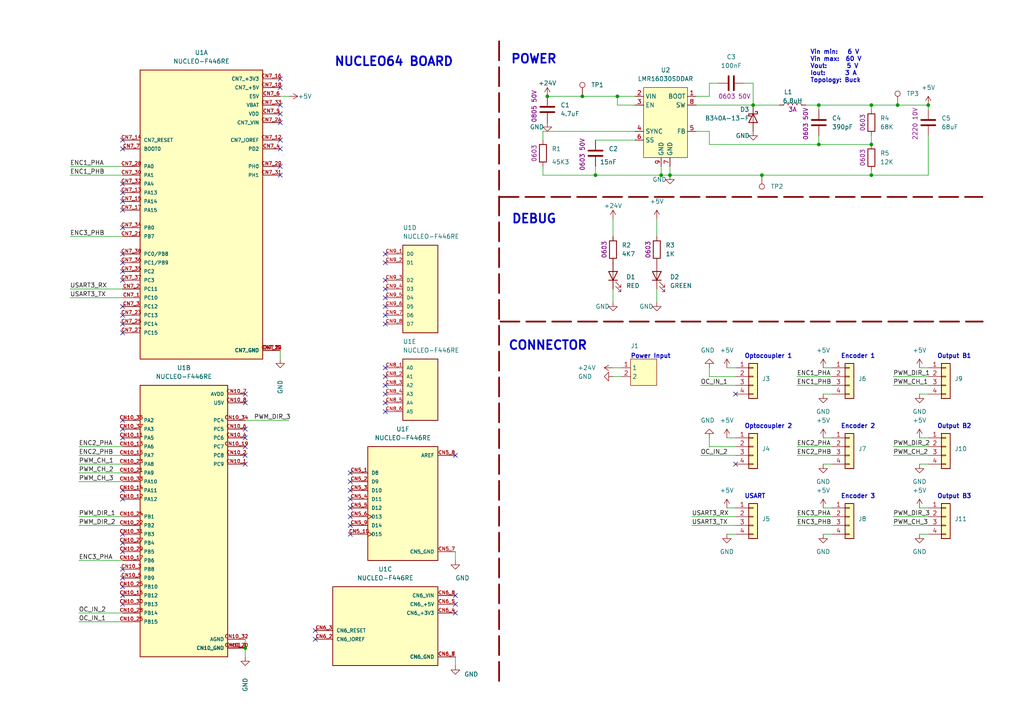
<source format=kicad_sch>
(kicad_sch (version 20230121) (generator eeschema)
  (paper "A4")
  (title_block (title "motro_control_hat") (rev "V0.0") (company "Roobolabo"))
  (lib_symbols
    (symbol "Connector:TestPoint" (pin_numbers hide) (pin_names (offset 0.762) hide)
      (property "Reference" "TP" (at 0 6.858 0))
      (property "Value" "TestPoint" (at 0 5.08 0))
      (symbol "TestPoint_0_1"
        (circle (center 0 3.302) (radius 0.762))
      )
      (symbol "TestPoint_1_1"
        (pin passive line (at 0 0 90) (length 2.54) (name "1") (number "1"))
      )
    )
    (symbol "Connector_Generic:Conn_01x04" (pin_names (offset 1.016) hide)
      (property "Reference" "J" (at 0 5.08 0))
      (property "Value" "Conn_01x04" (at 0 -7.62 0))
      (symbol "Conn_01x04_1_1"
        (rectangle (start -1.27 -4.953) (end 0 -5.207) (stroke (width 0.1524)))
        (rectangle (start -1.27 -2.413) (end 0 -2.667) (stroke (width 0.1524)))
        (rectangle (start -1.27 0.127) (end 0 -0.127) (stroke (width 0.1524)))
        (rectangle (start -1.27 2.667) (end 0 2.413) (stroke (width 0.1524)))
        (rectangle (start -1.27 3.81) (end 1.27 -6.35) (stroke (width 0.254)) (fill (type background)))
        (pin passive line (at -5.08 2.54 0) (length 3.81) (name "Pin_1") (number "1"))
        (pin passive line (at -5.08 0 0) (length 3.81) (name "Pin_2") (number "2"))
        (pin passive line (at -5.08 -2.54 0) (length 3.81) (name "Pin_3") (number "3"))
        (pin passive line (at -5.08 -5.08 0) (length 3.81) (name "Pin_4") (number "4"))
      )
    )
    (symbol "CustomModules:NUCLEO-F446RE" (pin_names (offset 1.016))
      (property "Reference" "U" (at -17.78 41.91 0))
      (property "Value" "NUCLEO-F446RE" (at -17.78 -44.45 0))
      (symbol "NUCLEO-F446RE_1_0"
        (rectangle (start -17.78 -43.18) (end 17.78 40.64) (stroke (width 0.254)) (fill (type background)))
        (pin bidirectional line (at -22.86 -25.4 0) (length 5.08) (name "PC10") (number "CN7_1"))
        (pin bidirectional line (at 22.86 20.32 180) (length 5.08) (name "CN7_IOREF") (number "CN7_12"))
        (pin bidirectional line (at -22.86 5.08 0) (length 5.08) (name "PA13") (number "CN7_13"))
        (pin bidirectional line (at -22.86 20.32 0) (length 5.08) (name "CN7_RESET") (number "CN7_14"))
        (pin bidirectional line (at -22.86 2.54 0) (length 5.08) (name "PA14") (number "CN7_15"))
        (pin power_in line (at 22.86 38.1 180) (length 5.08) (name "CN7_+3V3") (number "CN7_16"))
        (pin bidirectional line (at -22.86 0 0) (length 5.08) (name "PA15") (number "CN7_17"))
        (pin power_in line (at 22.86 35.56 180) (length 5.08) (name "CN7_+5V") (number "CN7_18"))
        (pin power_in line (at 22.86 -40.64 180) (length 5.08) (name "CN7_GND") (number "CN7_19"))
        (pin bidirectional line (at -22.86 -22.86 0) (length 5.08) (name "PC11") (number "CN7_2"))
        (pin power_in line (at 22.86 -40.64 180) (length 5.08) (name "CN7_GND") (number "CN7_20"))
        (pin bidirectional line (at -22.86 -7.62 0) (length 5.08) (name "PB7") (number "CN7_21"))
        (pin power_in line (at 22.86 -40.64 180) (length 5.08) (name "CN7_GND") (number "CN7_22"))
        (pin bidirectional line (at -22.86 -30.48 0) (length 5.08) (name "PC13") (number "CN7_23"))
        (pin power_in line (at 22.86 25.4 180) (length 5.08) (name "CN7_VIN") (number "CN7_24"))
        (pin bidirectional line (at -22.86 -33.02 0) (length 5.08) (name "PC14") (number "CN7_25"))
        (pin bidirectional line (at -22.86 -35.56 0) (length 5.08) (name "PC15") (number "CN7_27"))
        (pin bidirectional line (at -22.86 12.7 0) (length 5.08) (name "PA0") (number "CN7_28"))
        (pin bidirectional line (at 22.86 12.7 180) (length 5.08) (name "PH0") (number "CN7_29"))
        (pin bidirectional line (at -22.86 -27.94 0) (length 5.08) (name "PC12") (number "CN7_3"))
        (pin bidirectional line (at -22.86 10.16 0) (length 5.08) (name "PA1") (number "CN7_30"))
        (pin bidirectional line (at 22.86 10.16 180) (length 5.08) (name "PH1") (number "CN7_31"))
        (pin bidirectional line (at -22.86 7.62 0) (length 5.08) (name "PA4") (number "CN7_32"))
        (pin power_in line (at 22.86 30.48 180) (length 5.08) (name "VBAT") (number "CN7_33"))
        (pin bidirectional line (at -22.86 -5.08 0) (length 5.08) (name "PB0") (number "CN7_34"))
        (pin bidirectional line (at -22.86 -17.78 0) (length 5.08) (name "PC2") (number "CN7_35"))
        (pin bidirectional line (at -22.86 -15.24 0) (length 5.08) (name "PC1/PB9") (number "CN7_36"))
        (pin bidirectional line (at -22.86 -20.32 0) (length 5.08) (name "PC3") (number "CN7_37"))
        (pin bidirectional line (at -22.86 -12.7 0) (length 5.08) (name "PC0/PB8") (number "CN7_38"))
        (pin bidirectional line (at 22.86 17.78 180) (length 5.08) (name "PD2") (number "CN7_4"))
        (pin power_in line (at 22.86 27.94 180) (length 5.08) (name "VDD") (number "CN7_5"))
        (pin power_in line (at 22.86 33.02 180) (length 5.08) (name "E5V") (number "CN7_6"))
        (pin bidirectional line (at -22.86 17.78 0) (length 5.08) (name "BOOT0") (number "CN7_7"))
        (pin power_in line (at 22.86 -40.64 180) (length 5.08) (name "CN7_GND") (number "CN7_8"))
      )
      (symbol "NUCLEO-F446RE_2_0"
        (rectangle (start -12.7 -40.64) (end 12.7 38.1) (stroke (width 0.254)) (fill (type background)))
        (pin bidirectional line (at 17.78 15.24 180) (length 5.08) (name "PC9") (number "CN10_1"))
        (pin bidirectional line (at -17.78 22.86 0) (length 5.08) (name "PA5") (number "CN10_11"))
        (pin bidirectional line (at -17.78 5.08 0) (length 5.08) (name "PA12") (number "CN10_12"))
        (pin bidirectional line (at -17.78 20.32 0) (length 5.08) (name "PA6") (number "CN10_13"))
        (pin bidirectional line (at -17.78 7.62 0) (length 5.08) (name "PA11") (number "CN10_14"))
        (pin bidirectional line (at -17.78 17.78 0) (length 5.08) (name "PA7") (number "CN10_15"))
        (pin bidirectional line (at -17.78 -22.86 0) (length 5.08) (name "PB12") (number "CN10_16"))
        (pin bidirectional line (at -17.78 -12.7 0) (length 5.08) (name "PB6") (number "CN10_17"))
        (pin bidirectional line (at 17.78 20.32 180) (length 5.08) (name "PC7") (number "CN10_19"))
        (pin bidirectional line (at 17.78 17.78 180) (length 5.08) (name "PC8") (number "CN10_2"))
        (pin power_in line (at 17.78 -38.1 180) (length 5.08) (name "CN10_GND") (number "CN10_20"))
        (pin bidirectional line (at -17.78 12.7 0) (length 5.08) (name "PA9") (number "CN10_21"))
        (pin bidirectional line (at -17.78 -2.54 0) (length 5.08) (name "PB2") (number "CN10_22"))
        (pin bidirectional line (at -17.78 15.24 0) (length 5.08) (name "PA8") (number "CN10_23"))
        (pin bidirectional line (at -17.78 0 0) (length 5.08) (name "PB1") (number "CN10_24"))
        (pin bidirectional line (at -17.78 -20.32 0) (length 5.08) (name "PB10") (number "CN10_25"))
        (pin bidirectional line (at -17.78 -30.48 0) (length 5.08) (name "PB15") (number "CN10_26"))
        (pin bidirectional line (at -17.78 -7.62 0) (length 5.08) (name "PB4") (number "CN10_27"))
        (pin bidirectional line (at -17.78 -27.94 0) (length 5.08) (name "PB14") (number "CN10_28"))
        (pin bidirectional line (at -17.78 -10.16 0) (length 5.08) (name "PB5") (number "CN10_29"))
        (pin bidirectional line (at -17.78 -15.24 0) (length 5.08) (name "PB8") (number "CN10_3"))
        (pin bidirectional line (at -17.78 -25.4 0) (length 5.08) (name "PB13") (number "CN10_30"))
        (pin bidirectional line (at -17.78 -5.08 0) (length 5.08) (name "PB3") (number "CN10_31"))
        (pin power_in line (at 17.78 -35.56 180) (length 5.08) (name "AGND") (number "CN10_32"))
        (pin bidirectional line (at -17.78 10.16 0) (length 5.08) (name "PA10") (number "CN10_33"))
        (pin bidirectional line (at 17.78 27.94 180) (length 5.08) (name "PC4") (number "CN10_34"))
        (pin bidirectional line (at -17.78 27.94 0) (length 5.08) (name "PA2") (number "CN10_35"))
        (pin bidirectional line (at -17.78 25.4 0) (length 5.08) (name "PA3") (number "CN10_37"))
        (pin bidirectional line (at 17.78 22.86 180) (length 5.08) (name "PC6") (number "CN10_4"))
        (pin bidirectional line (at -17.78 -17.78 0) (length 5.08) (name "PB9") (number "CN10_5"))
        (pin bidirectional line (at 17.78 25.4 180) (length 5.08) (name "PC5") (number "CN10_6"))
        (pin power_in line (at 17.78 35.56 180) (length 5.08) (name "AVDD") (number "CN10_7"))
        (pin power_in line (at 17.78 33.02 180) (length 5.08) (name "U5V") (number "CN10_8"))
        (pin power_in line (at 17.78 -38.1 180) (length 5.08) (name "CN10_GND") (number "CN10_9"))
      )
      (symbol "NUCLEO-F446RE_3_0"
        (rectangle (start -15.24 -12.7) (end 15.24 10.16) (stroke (width 0.254)) (fill (type background)))
        (pin bidirectional line (at -20.32 -5.08 0) (length 5.08) (name "CN6_IOREF") (number "CN6_2"))
        (pin bidirectional line (at -20.32 -2.54 0) (length 5.08) (name "CN6_RESET") (number "CN6_3"))
        (pin power_in line (at 20.32 2.54 180) (length 5.08) (name "CN6_+3V3") (number "CN6_4"))
        (pin power_in line (at 20.32 5.08 180) (length 5.08) (name "CN6_+5V") (number "CN6_5"))
        (pin power_in line (at 20.32 -10.16 180) (length 5.08) (name "CN6_GND") (number "CN6_6"))
        (pin power_in line (at 20.32 -10.16 180) (length 5.08) (name "CN6_GND") (number "CN6_7"))
        (pin power_in line (at 20.32 7.62 180) (length 5.08) (name "CN6_VIN") (number "CN6_8"))
      )
      (symbol "NUCLEO-F446RE_4_0"
        (rectangle (start -5.08 -12.7) (end 5.08 12.7) (stroke (width 0.254)) (fill (type background)))
        (pin input line (at -10.16 10.16 0) (length 5.08) (name "D0") (number "CN9_1"))
        (pin output line (at -10.16 7.62 0) (length 5.08) (name "D1") (number "CN9_2"))
        (pin bidirectional line (at -10.16 2.54 0) (length 5.08) (name "D2") (number "CN9_3"))
        (pin bidirectional line (at -10.16 0 0) (length 5.08) (name "D3") (number "CN9_4"))
        (pin bidirectional line (at -10.16 -2.54 0) (length 5.08) (name "D4") (number "CN9_5"))
        (pin bidirectional line (at -10.16 -5.08 0) (length 5.08) (name "D5") (number "CN9_6"))
        (pin bidirectional line (at -10.16 -7.62 0) (length 5.08) (name "D6") (number "CN9_7"))
        (pin bidirectional line (at -10.16 -10.16 0) (length 5.08) (name "D7") (number "CN9_8"))
      )
      (symbol "NUCLEO-F446RE_5_0"
        (rectangle (start -5.08 -10.16) (end 5.08 7.62) (stroke (width 0.254)) (fill (type background)))
        (pin input line (at -10.16 5.08 0) (length 5.08) (name "A0") (number "CN8_1"))
        (pin input line (at -10.16 2.54 0) (length 5.08) (name "A1") (number "CN8_2"))
        (pin input line (at -10.16 0 0) (length 5.08) (name "A2") (number "CN8_3"))
        (pin input line (at -10.16 -2.54 0) (length 5.08) (name "A3") (number "CN8_4"))
        (pin input line (at -10.16 -5.08 0) (length 5.08) (name "A4") (number "CN8_5"))
        (pin input line (at -10.16 -7.62 0) (length 5.08) (name "A5") (number "CN8_6"))
      )
      (symbol "NUCLEO-F446RE_6_0"
        (rectangle (start -10.16 -17.78) (end 10.16 15.24) (stroke (width 0.254)) (fill (type background)))
        (pin bidirectional line (at -15.24 7.62 0) (length 5.08) (name "D8") (number "CN5_1"))
        (pin bidirectional clock (at -15.24 -10.16 0) (length 5.08) (name "D15") (number "CN5_10"))
        (pin bidirectional line (at -15.24 5.08 0) (length 5.08) (name "D9") (number "CN5_2"))
        (pin bidirectional line (at -15.24 2.54 0) (length 5.08) (name "D10") (number "CN5_3"))
        (pin bidirectional line (at -15.24 0 0) (length 5.08) (name "D11") (number "CN5_4"))
        (pin bidirectional line (at -15.24 -2.54 0) (length 5.08) (name "D12") (number "CN5_5"))
        (pin bidirectional clock (at -15.24 -5.08 0) (length 5.08) (name "D13") (number "CN5_6"))
        (pin power_in line (at 15.24 -15.24 180) (length 5.08) (name "CN5_GND") (number "CN5_7"))
        (pin power_in line (at 15.24 12.7 180) (length 5.08) (name "AREF") (number "CN5_8"))
        (pin bidirectional line (at -15.24 -7.62 0) (length 5.08) (name "D14") (number "CN5_9"))
      )
    )
    (symbol "Device:C" (pin_numbers hide) (pin_names (offset 0.254))
      (property "Reference" "C" (at 0.635 2.54 0))
      (property "Value" "C" (at 0.635 -2.54 0))
      (symbol "C_0_1"
        (polyline (pts (xy -2.032 -0.762) (xy 2.032 -0.762)) (stroke (width 0.508)))
        (polyline (pts (xy -2.032 0.762) (xy 2.032 0.762)) (stroke (width 0.508)))
      )
      (symbol "C_1_1"
        (pin passive line (at 0 3.81 270) (length 2.794) (name "~") (number "1"))
        (pin passive line (at 0 -3.81 90) (length 2.794) (name "~") (number "2"))
      )
    )
    (symbol "Device:D_Schottky" (pin_numbers hide) (pin_names (offset 1.016) hide)
      (property "Reference" "D" (at 0 2.54 0))
      (property "Value" "D_Schottky" (at 0 -2.54 0))
      (symbol "D_Schottky_0_1"
        (polyline (pts (xy 1.27 0) (xy -1.27 0)))
        (polyline (pts (xy 1.27 1.27) (xy 1.27 -1.27) (xy -1.27 0) (xy 1.27 1.27)) (stroke (width 0.254)))
        (polyline (pts (xy -1.905 0.635) (xy -1.905 1.27) (xy -1.27 1.27) (xy -1.27 -1.27) (xy -0.635 -1.27) (xy -0.635 -0.635)) (stroke (width 0.254)))
      )
      (symbol "D_Schottky_1_1"
        (pin passive line (at -3.81 0 0) (length 2.54) (name "K") (number "1"))
        (pin passive line (at 3.81 0 180) (length 2.54) (name "A") (number "2"))
      )
    )
    (symbol "Device:L" (pin_numbers hide) (pin_names (offset 1.016) hide)
      (property "Reference" "L" (at -1.27 0 90))
      (property "Value" "L" (at 1.905 0 90))
      (symbol "L_0_1"
        (arc (start 0 -2.54) (mid 0.6323 -1.905) (end 0 -1.27))
        (arc (start 0 -1.27) (mid 0.6323 -0.635) (end 0 0))
        (arc (start 0 0) (mid 0.6323 0.635) (end 0 1.27))
        (arc (start 0 1.27) (mid 0.6323 1.905) (end 0 2.54))
      )
      (symbol "L_1_1"
        (pin passive line (at 0 3.81 270) (length 1.27) (name "1") (number "1"))
        (pin passive line (at 0 -3.81 90) (length 1.27) (name "2") (number "2"))
      )
    )
    (symbol "Device:LED" (pin_numbers hide) (pin_names (offset 1.016) hide)
      (property "Reference" "D" (at 0 2.54 0))
      (property "Value" "LED" (at 0 -2.54 0))
      (symbol "LED_0_1"
        (polyline (pts (xy -1.27 -1.27) (xy -1.27 1.27)) (stroke (width 0.254)))
        (polyline (pts (xy -1.27 0) (xy 1.27 0)))
        (polyline (pts (xy 1.27 -1.27) (xy 1.27 1.27) (xy -1.27 0) (xy 1.27 -1.27)) (stroke (width 0.254)))
        (polyline (pts (xy -3.048 -0.762) (xy -4.572 -2.286) (xy -3.81 -2.286) (xy -4.572 -2.286) (xy -4.572 -1.524)))
        (polyline (pts (xy -1.778 -0.762) (xy -3.302 -2.286) (xy -2.54 -2.286) (xy -3.302 -2.286) (xy -3.302 -1.524)))
      )
      (symbol "LED_1_1"
        (pin passive line (at -3.81 0 0) (length 2.54) (name "K") (number "1"))
        (pin passive line (at 3.81 0 180) (length 2.54) (name "A") (number "2"))
      )
    )
    (symbol "Device:R" (pin_numbers hide) (pin_names (offset 0))
      (property "Reference" "R" (at 2.032 0 90))
      (property "Value" "R" (at 0 0 90))
      (symbol "R_0_1"
        (rectangle (start -1.016 -2.54) (end 1.016 2.54) (stroke (width 0.254)))
      )
      (symbol "R_1_1"
        (pin passive line (at 0 3.81 270) (length 1.27) (name "~") (number "1"))
        (pin passive line (at 0 -3.81 90) (length 1.27) (name "~") (number "2"))
      )
    )
    (symbol "PluggableTerminalBlock:TB_1x2_5.08mm_RA"
      (property "Reference" "P" (at 0 10.16 0))
      (property "Value" "TB_1x2_5.08mm_RA" (at 10.16 2.54 90))
      (symbol "TB_1x2_5.08mm_RA_0_1"
        (rectangle (start 0 0) (end 7.62 7.62) (fill (type background)))
      )
      (symbol "TB_1x2_5.08mm_RA_1_1"
        (pin passive line (at -2.54 5.08 0) (length 2.54) (name "1") (number "1"))
        (pin passive line (at -2.54 2.54 0) (length 2.54) (name "2") (number "2"))
      )
    )
    (symbol "SwitchingRegulators:LMR16030SDDAR"
      (property "Reference" "U" (at 12.7 1.27 0))
      (property "Value" "LMR16030SDDAR" (at 20.32 -1.27 0))
      (property "LCSC" "C136648" (at 0 0 0))
      (symbol "LMR16030SDDAR_0_1"
        (rectangle (start 12.7 -2.54) (end 25.4 -22.86) (fill (type background)))
      )
      (symbol "LMR16030SDDAR_1_1"
        (pin power_in line (at 27.94 -5.08 180) (length 2.54) (name "BOOT") (number "1"))
        (pin power_in line (at 10.16 -5.08 0) (length 2.54) (name "VIN") (number "2"))
        (pin passive line (at 10.16 -7.62 0) (length 2.54) (name "EN") (number "3"))
        (pin passive line (at 10.16 -15.24 0) (length 2.54) (name "SYNC") (number "4"))
        (pin passive line (at 27.94 -15.24 180) (length 2.54) (name "FB") (number "5"))
        (pin passive line (at 10.16 -17.78 0) (length 2.54) (name "SS") (number "6"))
        (pin passive line (at 20.32 -25.4 90) (length 2.54) (name "GND") (number "7"))
        (pin power_out line (at 27.94 -7.62 180) (length 2.54) (name "SW") (number "8"))
        (pin passive line (at 17.78 -25.4 90) (length 2.54) (name "GND") (number "9"))
      )
    )
    (symbol "power:+24V" (power) (pin_names (offset 0))
      (property "Value" "+24V" (at 0 3.556 0))
      (symbol "+24V_0_1"
        (polyline (pts (xy -0.762 1.27) (xy 0 2.54)))
        (polyline (pts (xy 0 0) (xy 0 2.54)))
        (polyline (pts (xy 0 2.54) (xy 0.762 1.27)))
      )
      (symbol "+24V_1_1"
        (pin power_in line (at 0 0 90) (length 0) hide (name "+24V") (number "1"))
      )
    )
    (symbol "power:+5V" (power) (pin_names (offset 0))
      (property "Value" "+5V" (at 0 3.556 0))
      (symbol "+5V_0_1"
        (polyline (pts (xy -0.762 1.27) (xy 0 2.54)))
        (polyline (pts (xy 0 0) (xy 0 2.54)))
        (polyline (pts (xy 0 2.54) (xy 0.762 1.27)))
      )
      (symbol "+5V_1_1"
        (pin power_in line (at 0 0 90) (length 0) hide (name "+5V") (number "1"))
      )
    )
    (symbol "power:GND" (power) (pin_names (offset 0))
      (property "Value" "GND" (at 0 -3.81 0))
      (symbol "GND_0_1"
        (polyline (pts (xy 0 0) (xy 0 -1.27) (xy 1.27 -1.27) (xy 0 -2.54) (xy -1.27 -1.27) (xy 0 -1.27)))
      )
      (symbol "GND_1_1"
        (pin power_in line (at 0 0 270) (length 0) hide (name "GND") (number "1"))
      )
    )
  )
  (junction (at 220.98 50.8))
  (junction (at 191.77 50.8))
  (junction (at 269.24 30.48))
  (junction (at 158.75 27.94))
  (junction (at 237.49 30.48))
  (junction (at 179.07 27.94))
  (junction (at 71.12 187.96))
  (junction (at 252.73 30.48))
  (junction (at 168.91 27.94))
  (junction (at 218.44 30.48))
  (junction (at 260.35 30.48))
  (junction (at 194.31 50.8))
  (junction (at 237.49 41.91))
  (junction (at 252.73 41.91))
  (junction (at 252.73 50.8))
  (junction (at 172.72 50.8))
  (no_connect (at 35.56 142.24))
  (no_connect (at 111.76 119.38))
  (no_connect (at 71.12 116.84))
  (no_connect (at 81.28 48.26))
  (no_connect (at 35.56 60.96))
  (no_connect (at 81.28 50.8))
  (no_connect (at 35.56 91.44))
  (no_connect (at 111.76 106.68))
  (no_connect (at 213.36 134.62))
  (no_connect (at 111.76 111.76))
  (no_connect (at 111.76 109.22))
  (no_connect (at 35.56 76.2))
  (no_connect (at 35.56 165.1))
  (no_connect (at 35.56 157.48))
  (no_connect (at 91.44 185.42))
  (no_connect (at 35.56 175.26))
  (no_connect (at 132.08 172.72))
  (no_connect (at 35.56 160.02))
  (no_connect (at 132.08 177.8))
  (no_connect (at 81.28 35.56))
  (no_connect (at 81.28 22.86))
  (no_connect (at 81.28 25.4))
  (no_connect (at 111.76 116.84))
  (no_connect (at 35.56 127))
  (no_connect (at 111.76 88.9))
  (no_connect (at 111.76 114.3))
  (no_connect (at 101.6 142.24))
  (no_connect (at 35.56 172.72))
  (no_connect (at 101.6 139.7))
  (no_connect (at 71.12 132.08))
  (no_connect (at 81.28 40.64))
  (no_connect (at 111.76 86.36))
  (no_connect (at 71.12 114.3))
  (no_connect (at 35.56 78.74))
  (no_connect (at 35.56 58.42))
  (no_connect (at 132.08 175.26))
  (no_connect (at 71.12 124.46))
  (no_connect (at 35.56 43.18))
  (no_connect (at 111.76 93.98))
  (no_connect (at 111.76 81.28))
  (no_connect (at 101.6 144.78))
  (no_connect (at 35.56 40.64))
  (no_connect (at 35.56 53.34))
  (no_connect (at 101.6 137.16))
  (no_connect (at 111.76 73.66))
  (no_connect (at 111.76 83.82))
  (no_connect (at 81.28 33.02))
  (no_connect (at 81.28 30.48))
  (no_connect (at 35.56 93.98))
  (no_connect (at 71.12 134.62))
  (no_connect (at 35.56 170.18))
  (no_connect (at 35.56 121.92))
  (no_connect (at 101.6 154.94))
  (no_connect (at 35.56 73.66))
  (no_connect (at 35.56 154.94))
  (no_connect (at 101.6 152.4))
  (no_connect (at 35.56 88.9))
  (no_connect (at 35.56 167.64))
  (no_connect (at 111.76 91.44))
  (no_connect (at 111.76 76.2))
  (no_connect (at 35.56 66.04))
  (no_connect (at 35.56 144.78))
  (no_connect (at 213.36 114.3))
  (no_connect (at 71.12 129.54))
  (no_connect (at 35.56 124.46))
  (no_connect (at 35.56 96.52))
  (no_connect (at 101.6 149.86))
  (no_connect (at 35.56 81.28))
  (no_connect (at 71.12 127))
  (no_connect (at 35.56 55.88))
  (no_connect (at 81.28 43.18))
  (no_connect (at 91.44 182.88))
  (no_connect (at 132.08 132.08))
  (no_connect (at 101.6 147.32))
  (wire (pts (xy 205.74 27.94) (xy 205.74 24.13)))
  (wire (pts (xy 213.36 106.68) (xy 210.82 106.68)))
  (wire (pts (xy 259.08 109.22) (xy 269.24 109.22)))
  (wire (pts (xy 205.74 41.91) (xy 205.74 38.1)))
  (wire (pts (xy 22.86 132.08) (xy 35.56 132.08)))
  (wire (pts (xy 177.8 63.5) (xy 177.8 68.58)))
  (wire (pts (xy 157.48 38.1) (xy 157.48 40.64)))
  (wire (pts (xy 157.48 50.8) (xy 172.72 50.8)))
  (wire (pts (xy 180.34 109.22) (xy 177.8 109.22)))
  (wire (pts (xy 205.74 106.68) (xy 205.74 109.22)))
  (wire (pts (xy 252.73 39.37) (xy 252.73 41.91)))
  (wire (pts (xy 241.3 129.54) (xy 231.14 129.54)))
  (wire (pts (xy 157.48 38.1) (xy 184.15 38.1)))
  (wire (pts (xy 266.7 127) (xy 269.24 127)))
  (wire (pts (xy 71.12 185.42) (xy 71.12 187.96)))
  (wire (pts (xy 177.8 83.82) (xy 177.8 87.63)))
  (wire (pts (xy 35.56 152.4) (xy 22.86 152.4)))
  (wire (pts (xy 237.49 41.91) (xy 252.73 41.91)))
  (wire (pts (xy 269.24 30.48) (xy 269.24 31.75)))
  (wire (pts (xy 179.07 27.94) (xy 184.15 27.94)))
  (wire (pts (xy 241.3 106.68) (xy 238.76 106.68)))
  (wire (pts (xy 241.3 152.4) (xy 231.14 152.4)))
  (wire (pts (xy 132.08 190.5) (xy 132.08 193.04)))
  (wire (pts (xy 241.3 109.22) (xy 231.14 109.22)))
  (wire (pts (xy 172.72 48.26) (xy 172.72 50.8)))
  (wire (pts (xy 35.56 50.8) (xy 20.32 50.8)))
  (wire (pts (xy 184.15 30.48) (xy 179.07 30.48)))
  (wire (pts (xy 20.32 86.36) (xy 35.56 86.36)))
  (wire (pts (xy 145.161 93.2688) (xy 284.988 93.2688)) (stroke (width 0.5) (type dash) (color 132 0 0 1)))
  (wire (pts (xy 266.7 106.68) (xy 269.24 106.68)))
  (wire (pts (xy 194.31 48.26) (xy 194.31 50.8)))
  (wire (pts (xy 205.74 38.1) (xy 201.93 38.1)))
  (wire (pts (xy 241.3 149.86) (xy 231.14 149.86)))
  (wire (pts (xy 252.73 30.48) (xy 260.35 30.48)))
  (wire (pts (xy 168.91 27.94) (xy 179.07 27.94)))
  (wire (pts (xy 81.28 101.6) (xy 81.28 104.14)))
  (wire (pts (xy 35.56 149.86) (xy 22.86 149.86)))
  (wire (pts (xy 237.49 39.37) (xy 237.49 41.91)))
  (wire (pts (xy 158.75 27.94) (xy 168.91 27.94)))
  (wire (pts (xy 191.77 48.26) (xy 191.77 50.8)))
  (wire (pts (xy 213.36 111.76) (xy 203.2 111.76)))
  (wire (pts (xy 252.73 50.8) (xy 220.98 50.8)))
  (wire (pts (xy 144.7546 11.9888) (xy 144.7546 198.0184)) (stroke (width 0.5) (type dash) (color 132 0 0 1)))
  (wire (pts (xy 266.7 114.3) (xy 269.24 114.3)))
  (wire (pts (xy 20.32 83.82) (xy 35.56 83.82)))
  (wire (pts (xy 252.73 30.48) (xy 252.73 31.75)))
  (wire (pts (xy 241.3 154.94) (xy 238.76 154.94)))
  (wire (pts (xy 213.36 109.22) (xy 205.74 109.22)))
  (wire (pts (xy 266.7 134.62) (xy 269.24 134.62)))
  (wire (pts (xy 259.08 132.08) (xy 269.24 132.08)))
  (wire (pts (xy 200.66 149.86) (xy 213.36 149.86)))
  (wire (pts (xy 241.3 132.08) (xy 231.14 132.08)))
  (wire (pts (xy 213.36 132.08) (xy 203.2 132.08)))
  (wire (pts (xy 22.86 139.7) (xy 35.56 139.7)))
  (wire (pts (xy 201.93 27.94) (xy 205.74 27.94)))
  (wire (pts (xy 22.86 162.56) (xy 35.56 162.56)))
  (wire (pts (xy 269.24 154.94) (xy 266.7 154.94)))
  (wire (pts (xy 144.907 57.1246) (xy 284.9118 57.1246)) (stroke (width 0.5) (type dash) (color 132 0 0 1)))
  (wire (pts (xy 269.24 147.32) (xy 266.7 147.32)))
  (wire (pts (xy 269.24 39.37) (xy 269.24 50.8)))
  (wire (pts (xy 71.12 187.96) (xy 71.12 190.5)))
  (wire (pts (xy 172.72 50.8) (xy 191.77 50.8)))
  (wire (pts (xy 241.3 114.3) (xy 238.76 114.3)))
  (wire (pts (xy 237.49 30.48) (xy 252.73 30.48)))
  (wire (pts (xy 220.98 50.8) (xy 194.31 50.8)))
  (wire (pts (xy 22.86 137.16) (xy 35.56 137.16)))
  (wire (pts (xy 259.08 129.54) (xy 269.24 129.54)))
  (wire (pts (xy 252.73 49.53) (xy 252.73 50.8)))
  (wire (pts (xy 237.49 30.48) (xy 237.49 31.75)))
  (wire (pts (xy 81.28 27.94) (xy 83.82 27.94)))
  (wire (pts (xy 35.56 48.26) (xy 20.32 48.26)))
  (wire (pts (xy 190.5 83.82) (xy 190.5 87.63)))
  (wire (pts (xy 284.988 93.2434) (xy 284.988 93.2688)) (stroke (width 0.5) (type dash) (color 132 0 0 1)))
  (wire (pts (xy 20.32 68.58) (xy 35.56 68.58)))
  (wire (pts (xy 201.93 30.48) (xy 218.44 30.48)))
  (wire (pts (xy 172.72 40.64) (xy 184.15 40.64)))
  (wire (pts (xy 218.44 30.48) (xy 226.06 30.48)))
  (wire (pts (xy 213.36 154.94) (xy 210.82 154.94)))
  (wire (pts (xy 241.3 134.62) (xy 238.76 134.62)))
  (wire (pts (xy 241.3 111.76) (xy 231.14 111.76)))
  (wire (pts (xy 35.56 177.8) (xy 22.86 177.8)))
  (wire (pts (xy 191.77 50.8) (xy 194.31 50.8)))
  (wire (pts (xy 213.36 127) (xy 210.82 127)))
  (wire (pts (xy 157.48 50.8) (xy 157.48 48.26)))
  (wire (pts (xy 190.5 63.5) (xy 190.5 68.58)))
  (wire (pts (xy 213.36 147.32) (xy 210.82 147.32)))
  (wire (pts (xy 269.24 50.8) (xy 252.73 50.8)))
  (wire (pts (xy 205.74 127) (xy 205.74 129.54)))
  (wire (pts (xy 205.74 24.13) (xy 208.28 24.13)))
  (wire (pts (xy 22.86 134.62) (xy 35.56 134.62)))
  (wire (pts (xy 180.34 106.68) (xy 177.8 106.68)))
  (wire (pts (xy 71.12 121.92) (xy 83.82 121.92)))
  (wire (pts (xy 269.24 149.86) (xy 259.08 149.86)))
  (wire (pts (xy 215.9 24.13) (xy 218.44 24.13)))
  (wire (pts (xy 284.9118 57.0992) (xy 284.9118 57.1246)) (stroke (width 0.5) (type dash) (color 132 0 0 1)))
  (wire (pts (xy 260.35 30.48) (xy 269.24 30.48)))
  (wire (pts (xy 200.66 152.4) (xy 213.36 152.4)))
  (wire (pts (xy 218.44 24.13) (xy 218.44 30.48)))
  (wire (pts (xy 259.08 111.76) (xy 269.24 111.76)))
  (wire (pts (xy 269.24 152.4) (xy 259.08 152.4)))
  (wire (pts (xy 233.68 30.48) (xy 237.49 30.48)))
  (wire (pts (xy 241.3 127) (xy 238.76 127)))
  (wire (pts (xy 205.74 41.91) (xy 237.49 41.91)))
  (wire (pts (xy 35.56 180.34) (xy 22.86 180.34)))
  (wire (pts (xy 241.3 147.32) (xy 238.76 147.32)))
  (wire (pts (xy 22.86 129.54) (xy 35.56 129.54)))
  (wire (pts (xy 179.07 30.48) (xy 179.07 27.94)))
  (wire (pts (xy 213.36 129.54) (xy 205.74 129.54)))
  (wire (pts (xy 132.08 160.02) (xy 132.08 162.56)))
  (text "DEBUG" (at 148.2852 65.1002 0) (effects (font (size 2.54 2.54) (thickness 0.508) bold) (justify left bottom)))
  (text "Optocoupler 1" (at 215.9 104.14 0) (effects (font (size 1.27 1.27) bold) (justify left bottom)))
  (text "Vin min:   6 V\nVin max:  60 V\nVout:      5 V\nIout:      3 A\nTopology: Buck" (at 234.95 24.13 0) (effects (font (size 1.27 1.27) (thickness 0.254) bold) (justify left bottom)))
  (text "Output B1" (at 271.78 104.14 0) (effects (font (size 1.27 1.27) bold) (justify left bottom)))
  (text "Power Input" (at 182.88 104.14 0) (effects (font (size 1.27 1.27) (thickness 0.254) bold) (justify left bottom)))
  (text "CONNECTOR" (at 147.32 101.8032 0) (effects (font (size 2.54 2.54) (thickness 0.508) bold) (justify left bottom)))
  (text "Encoder 2" (at 243.84 124.46 0) (effects (font (size 1.27 1.27) bold) (justify left bottom)))
  (text "POWER" (at 148.0312 18.7452 0) (effects (font (size 2.54 2.54) (thickness 0.508) bold) (justify left bottom)))
  (text "Encoder 1" (at 243.84 104.14 0) (effects (font (size 1.27 1.27) bold) (justify left bottom)))
  (text "USART" (at 215.9 144.78 0) (effects (font (size 1.27 1.27) bold) (justify left bottom)))
  (text "Optocoupler 2" (at 215.9 124.46 0) (effects (font (size 1.27 1.27) bold) (justify left bottom)))
  (text "NUCLEO64 BOARD" (at 96.8502 19.4818 0) (effects (font (size 2.54 2.54) (thickness 0.508) bold) (justify left bottom)))
  (text "Output B2" (at 271.78 124.46 0) (effects (font (size 1.27 1.27) bold) (justify left bottom)))
  (text "Output B3" (at 271.78 144.78 0) (effects (font (size 1.27 1.27) bold) (justify left bottom)))
  (text "Encoder 3" (at 243.84 144.78 0) (effects (font (size 1.27 1.27) bold) (justify left bottom)))
  (label "ENC2_PHA" (at 231.14 129.54 0))
  (label "ENC3_PHB" (at 20.32 68.58 0))
  (label "ENC2_PHA" (at 22.86 129.54 0))
  (label "USART3_RX" (at 200.66 149.86 0))
  (label "ENC3_PHA" (at 231.14 149.86 0))
  (label "PWM_CH_3" (at 22.86 139.7 0))
  (label "PWM_CH_2" (at 22.86 137.16 0))
  (label "PWM_DIR_2" (at 22.86 152.4 0))
  (label "PWM_CH_1" (at 22.86 134.62 0))
  (label "PWM_CH_2" (at 259.08 132.08 0))
  (label "PWM_DIR_2" (at 259.08 129.54 0))
  (label "PWM_DIR_3" (at 259.08 149.86 0))
  (label "USART3_RX" (at 20.32 83.82 0))
  (label "USART3_TX" (at 20.32 86.36 0))
  (label "PWM_CH_3" (at 259.08 152.4 0))
  (label "PWM_DIR_1" (at 22.86 149.86 0))
  (label "OC_IN_1" (at 203.2 111.76 0))
  (label "ENC1_PHA" (at 231.14 109.22 0))
  (label "ENC3_PHB" (at 231.14 152.4 0))
  (label "PWM_DIR_1" (at 259.08 109.22 0))
  (label "ENC2_PHB" (at 22.86 132.08 0))
  (label "ENC2_PHB" (at 231.14 132.08 0))
  (label "USART3_TX" (at 200.66 152.4 0))
  (label "OC_IN_2" (at 22.86 177.8 0))
  (label "ENC1_PHB" (at 231.14 111.76 0))
  (label "OC_IN_1" (at 22.86 180.34 0))
  (label "PWM_CH_1" (at 259.08 111.76 0))
  (label "OC_IN_2" (at 203.2 132.08 0))
  (label "ENC1_PHA" (at 20.32 48.26 0))
  (label "ENC1_PHB" (at 20.32 50.8 0))
  (label "ENC3_PHA" (at 22.86 162.56 0))
  (label "PWM_DIR_3" (at 73.66 121.92 0))
  (symbol (lib_id "power:GND") (at 190.5 87.63 0) (unit 1)
    (property "Reference" "#PWR013" (effects hide))
    (property "Value" "GND" (at 185.42 88.9 0) (effects (justify left)))
  )
  (symbol (lib_id "power:GND") (at 238.76 114.3 0) (unit 1)
    (property "Reference" "#PWR023" (effects hide))
    (property "Value" "GND" (at 238.76 119.38 0))
  )
  (symbol (lib_id "Device:C") (at 172.72 44.45 0) (unit 1)
    (property "Reference" "C2" (at 176.53 43.1799 0) (effects (justify left)))
    (property "Value" "15nF" (at 173.99 46.99 0) (effects (justify left)))
    (property "Footprint" "Capacitor_SMD:C_0603_1608Metric" (effects hide))
    (property "LCSC" "C107076" (effects hide))
    (property "PN" "CC0603KRX7R9BB153" (effects hide))
    (property "Package" "0603" (at 168.91 46.99 90))
    (property "Tolerance" "20%" (effects hide))
    (property "Voltage" "50V" (at 168.91 41.91 90))
  )
  (symbol (lib_id "SwitchingRegulators:LMR16030SDDAR") (at 173.99 22.86 0) (unit 1)
    (property "Reference" "U2" (at 193.04 20.32 0))
    (property "Value" "LMR16030SDDAR" (at 193.04 22.86 0))
    (property "Footprint" "SwitchingRegulators:VREG_LM5017MR_NOPB" (effects hide))
    (property "Datasheet" "https://datasheet.lcsc.com/lcsc/1912111437_Texas-Instruments-LMR16030SDDAR_C136648.pdf" (effects hide))
    (property "LCSC" "C136648" (effects hide))
    (property "PN" "LMR16030SDDAR" (effects hide))
  )
  (symbol (lib_id "Device:C") (at 269.24 35.56 0) (unit 1)
    (property "Reference" "C5" (at 273.05 34.2899 0) (effects (justify left)))
    (property "Value" "68uF" (at 273.05 36.8299 0) (effects (justify left)))
    (property "Footprint" "Capacitor_SMD:C_2220_5650Metric" (effects hide))
    (property "Datasheet" "https://www.lcsc.com/products/Capacitors_312.html" (effects hide))
    (property "Voltage" "10V" (at 265.43 33.02 90))
    (property "Package" "2220" (at 265.43 38.1 90))
    (property "LCSC" "C342299" (effects hide))
    (property "PN" "C5750X5R1A686MT000N" (effects hide))
    (property "Tolerance" "20%" (effects hide))
  )
  (symbol (lib_id "CustomModules:NUCLEO-F446RE") (at 58.42 60.96 0) (unit 1)
    (property "Reference" "U1" (at 58.42 15.24 0))
    (property "Value" "NUCLEO-F446RE" (at 58.42 17.78 0))
    (property "Footprint" "modules:MODULE_NUCLEO-F446RE" (effects hide))
    (property "MANUFACTURER" "STMicroelectronics" (effects hide))
    (property "PARTREV" "13" (effects hide))
    (property "STANDARD" "Manufacturer Recommendations" (effects hide))
    (property "LCSC" "-" (effects hide))
    (property "JLCPCB BOM" "0" (effects hide))
  )
  (symbol (lib_id "power:+24V") (at 177.8 63.5 0) (unit 1)
    (property "Reference" "#PWR08" (effects hide))
    (property "Value" "+24V" (at 177.8 59.69 0))
  )
  (symbol (lib_id "power:GND") (at 81.28 104.14 0) (unit 1)
    (property "Reference" "#PWR02" (effects hide))
    (property "Value" "GND" (at 81.28 114.3 90) (effects (justify left)))
  )
  (symbol (lib_id "Device:C") (at 158.75 31.75 0) (unit 1)
    (property "Reference" "C1" (at 162.56 30.4799 0) (effects (justify left)))
    (property "Value" "4.7uF" (at 162.56 33.0199 0) (effects (justify left)))
    (property "Footprint" "Capacitor_SMD:C_0805_2012Metric" (effects hide))
    (property "LCSC" "C98192" (effects hide))
    (property "PN" "CL21A475KBQNNNE" (effects hide))
    (property "Package" "0805" (at 154.94 33.02 90))
    (property "Tolerance" "20%" (effects hide))
    (property "Voltage" "50V" (at 154.94 27.94 90))
  )
  (symbol (lib_id "PluggableTerminalBlock:TB_1x2_5.08mm_RA") (at 182.88 111.76 0) (unit 1)
    (property "Reference" "J1" (at 182.88 100.33 0) (effects (justify left)))
    (property "Value" "TB_1x2_5.08mm_RA" (effects hide))
    (property "Footprint" "PluggableTerminalBLock:MX2EDGR-5.08-GN01-02P-Cu-A" (effects hide))
    (property "LCSC" "C5187973" (effects hide))
    (property "PN" "MX2EDGR-5.08-GN01-02P-Cu-A" (effects hide))
    (property "Package" "-" (effects hide))
    (property "Tolerance" "-" (effects hide))
  )
  (symbol (lib_id "Connector:TestPoint") (at 220.98 50.8 180) (unit 1) (in_bom no)
    (property "Reference" "TP2" (at 223.52 54.1019 0) (effects (justify right)))
    (property "Value" "+5V_TP" (effects hide))
    (property "Footprint" "TestPoint:TestPoint_Pad_D1.0mm" (effects hide))
    (property "LCSC" "-" (effects hide))
    (property "JLCPCB BOM" "0" (effects hide))
  )
  (symbol (lib_id "power:GND") (at 158.75 35.56 0) (unit 1)
    (property "Reference" "#PWR07" (effects hide))
    (property "Value" "GND" (at 153.67 36.83 0) (effects (justify left)))
  )
  (symbol (lib_id "power:GND") (at 218.44 38.1 0) (unit 1)
    (property "Reference" "#PWR021" (effects hide))
    (property "Value" "GND" (at 213.36 39.37 0) (effects (justify left)))
  )
  (symbol (lib_id "power:GND") (at 238.76 134.62 0) (unit 1)
    (property "Reference" "#PWR025" (effects hide))
    (property "Value" "GND" (at 238.76 139.7 0))
  )
  (symbol (lib_id "power:+5V") (at 190.5 63.5 0) (unit 1)
    (property "Reference" "#PWR012" (effects hide))
    (property "Value" "+5V" (at 190.5 58.42 0))
  )
  (symbol (lib_id "CustomModules:NUCLEO-F446RE") (at 53.34 149.86 0) (unit 2)
    (property "Reference" "U1" (at 53.34 106.68 0))
    (property "Value" "NUCLEO-F446RE" (at 53.34 109.22 0))
    (property "Footprint" "modules:MODULE_NUCLEO-F446RE" (effects hide))
    (property "MANUFACTURER" "STMicroelectronics" (effects hide))
    (property "PARTREV" "13" (effects hide))
    (property "STANDARD" "Manufacturer Recommendations" (effects hide))
    (property "LCSC" "-" (effects hide))
    (property "JLCPCB BOM" "0" (effects hide))
  )
  (symbol (lib_id "power:+5V") (at 266.7 106.68 0) (unit 1)
    (property "Reference" "#PWR028" (effects hide))
    (property "Value" "+5V" (at 266.7 101.6 0))
  )
  (symbol (lib_id "Connector:TestPoint") (at 260.35 30.48 0) (unit 1) (in_bom no)
    (property "Reference" "TP3" (at 262.89 27.1779 0) (effects (justify left)))
    (property "Value" "+5V" (effects hide))
    (property "Footprint" "TestPoint:TestPoint_Pad_D1.0mm" (effects hide))
    (property "LCSC" "-" (effects hide))
    (property "JLCPCB BOM" "0" (effects hide))
  )
  (symbol (lib_id "Device:R") (at 157.48 44.45 0) (unit 1)
    (property "Reference" "R1" (at 160.02 43.1799 0) (effects (justify left)))
    (property "Value" "45K3" (at 160.02 46.99 0) (effects (justify left)))
    (property "Footprint" "Resistor_SMD:R_0603_1608Metric" (effects hide))
    (property "LCSC" "C245971" (effects hide))
    (property "PN" "RC0603FR-0745K3L" (effects hide))
    (property "Package" "0603" (at 154.94 44.45 90))
    (property "Tolerance" "1%" (effects hide))
  )
  (symbol (lib_id "CustomModules:NUCLEO-F446RE") (at 111.76 180.34 0) (unit 3)
    (property "Reference" "U1" (at 111.76 165.1 0))
    (property "Value" "NUCLEO-F446RE" (at 111.76 167.64 0))
    (property "Footprint" "modules:MODULE_NUCLEO-F446RE" (effects hide))
    (property "MANUFACTURER" "STMicroelectronics" (effects hide))
    (property "PARTREV" "13" (effects hide))
    (property "STANDARD" "Manufacturer Recommendations" (effects hide))
    (property "LCSC" "-" (effects hide))
    (property "JLCPCB BOM" "0" (effects hide))
  )
  (symbol (lib_id "Connector_Generic:Conn_01x04") (at 218.44 149.86 0) (unit 1)
    (property "Reference" "J5" (at 220.98 150.495 0) (effects (justify left)))
    (property "Value" "S4B-XH-A(LF)(SN)" (effects hide))
    (property "Footprint" "Connector_JST:JST_XH_S4B-XH-A_1x04_P2.50mm_Horizontal" (effects hide))
    (property "Datasheet" "https://datasheet.lcsc.com/lcsc/1810291311_JST-Sales-America-S4B-XH-A-LF-SN_C157925.pdf" (effects hide))
    (property "LCSC" "C157925" (effects hide))
  )
  (symbol (lib_id "power:+5V") (at 238.76 106.68 0) (unit 1)
    (property "Reference" "#PWR022" (effects hide))
    (property "Value" "+5V" (at 238.76 101.6 0))
  )
  (symbol (lib_id "Connector_Generic:Conn_01x04") (at 246.38 109.22 0) (unit 1)
    (property "Reference" "J6" (at 248.92 109.855 0) (effects (justify left)))
    (property "Value" "S4B-XH-A(LF)(SN)" (effects hide))
    (property "Footprint" "Connector_JST:JST_XH_S4B-XH-A_1x04_P2.50mm_Horizontal" (effects hide))
    (property "Datasheet" "https://datasheet.lcsc.com/lcsc/1810291311_JST-Sales-America-S4B-XH-A-LF-SN_C157925.pdf" (effects hide))
    (property "LCSC" "C157925" (effects hide))
  )
  (symbol (lib_id "power:+24V") (at 177.8 106.68 90) (unit 1)
    (property "Reference" "#PWR010" (effects hide))
    (property "Value" "+24V" (at 170.18 106.68 90))
  )
  (symbol (lib_id "Connector_Generic:Conn_01x04") (at 274.32 109.22 0) (unit 1)
    (property "Reference" "J9" (at 276.86 109.855 0) (effects (justify left)))
    (property "Value" "S4B-XH-A(LF)(SN)" (effects hide))
    (property "Footprint" "Connector_JST:JST_XH_S4B-XH-A_1x04_P2.50mm_Horizontal" (effects hide))
    (property "Datasheet" "https://datasheet.lcsc.com/lcsc/1810291311_JST-Sales-America-S4B-XH-A-LF-SN_C157925.pdf" (effects hide))
    (property "LCSC" "C157925" (effects hide))
  )
  (symbol (lib_id "CustomModules:NUCLEO-F446RE") (at 116.84 144.78 0) (unit 6)
    (property "Reference" "U1" (at 116.84 124.46 0))
    (property "Value" "NUCLEO-F446RE" (at 116.84 127 0))
    (property "Footprint" "modules:MODULE_NUCLEO-F446RE" (effects hide))
    (property "MANUFACTURER" "STMicroelectronics" (effects hide))
    (property "PARTREV" "13" (effects hide))
    (property "STANDARD" "Manufacturer Recommendations" (effects hide))
    (property "LCSC" "-" (effects hide))
    (property "JLCPCB BOM" "0" (effects hide))
  )
  (symbol (lib_id "Device:R") (at 252.73 35.56 0) (unit 1)
    (property "Reference" "R4" (at 255.27 34.2899 0) (effects (justify left)))
    (property "Value" "68K" (at 255.27 36.8299 0) (effects (justify left)))
    (property "Footprint" "Resistor_SMD:R_0603_1608Metric" (effects hide))
    (property "Tolerance" "1%" (effects hide))
    (property "Package" "0603" (at 250.19 35.56 90))
    (property "LCSC" "C114633" (effects hide))
    (property "PN" "RC0603FR-0768KL" (effects hide))
  )
  (symbol (lib_id "Connector_Generic:Conn_01x04") (at 246.38 149.86 0) (unit 1)
    (property "Reference" "J8" (at 248.92 150.495 0) (effects (justify left)))
    (property "Value" "S4B-XH-A(LF)(SN)" (effects hide))
    (property "Footprint" "Connector_JST:JST_XH_S4B-XH-A_1x04_P2.50mm_Horizontal" (effects hide))
    (property "Datasheet" "https://datasheet.lcsc.com/lcsc/1810291311_JST-Sales-America-S4B-XH-A-LF-SN_C157925.pdf" (effects hide))
    (property "LCSC" "C157925" (effects hide))
  )
  (symbol (lib_id "Connector:TestPoint") (at 168.91 27.94 0) (unit 1) (in_bom no)
    (property "Reference" "TP1" (at 171.45 24.6379 0) (effects (justify left)))
    (property "Value" "+24V" (effects hide))
    (property "Footprint" "TestPoint:TestPoint_Pad_D1.0mm" (effects hide))
    (property "LCSC" "-" (effects hide))
    (property "JLCPCB BOM" "0" (effects hide))
  )
  (symbol (lib_id "CustomModules:NUCLEO-F446RE") (at 121.92 83.82 0) (unit 4)
    (property "Reference" "U1" (at 116.84 66.04 0) (effects (justify left)))
    (property "Value" "NUCLEO-F446RE" (at 116.84 68.58 0) (effects (justify left)))
    (property "Footprint" "modules:MODULE_NUCLEO-F446RE" (effects hide))
    (property "MANUFACTURER" "STMicroelectronics" (effects hide))
    (property "PARTREV" "13" (effects hide))
    (property "STANDARD" "Manufacturer Recommendations" (effects hide))
    (property "LCSC" "-" (effects hide))
    (property "JLCPCB BOM" "0" (effects hide))
  )
  (symbol (lib_id "Device:R") (at 190.5 72.39 0) (unit 1)
    (property "Reference" "R3" (at 193.04 71.1199 0) (effects (justify left)))
    (property "Value" "1K" (at 193.04 73.6599 0) (effects (justify left)))
    (property "Footprint" "Resistor_SMD:R_0603_1608Metric" (effects hide))
    (property "LCSC" "C22548" (effects hide))
    (property "PN" "RC0603FR-071KL" (effects hide))
    (property "Package" "0603" (at 187.96 72.39 90))
    (property "Tolerance" "1%" (effects hide))
  )
  (symbol (lib_id "power:GND") (at 132.08 162.56 0) (unit 1)
    (property "Reference" "#PWR04" (effects hide))
    (property "Value" "GND" (at 132.08 167.64 0) (effects (justify left)))
  )
  (symbol (lib_id "power:+5V") (at 269.24 30.48 0) (unit 1)
    (property "Reference" "#PWR034" (effects hide))
    (property "Value" "+5V" (at 269.24 25.4 0))
  )
  (symbol (lib_id "Device:LED") (at 190.5 80.01 90) (unit 1)
    (property "Reference" "D2" (at 194.31 80.3274 90) (effects (justify right)))
    (property "Value" "GREEN" (at 194.31 82.8674 90) (effects (justify right)))
    (property "Footprint" "LED_SMD:LED_0603_1608Metric" (effects hide))
    (property "LCSC" "C84267" (effects hide))
    (property "PN" "NCD0603G1" (effects hide))
    (property "Package" "0603" (effects hide))
    (property "Tolerance" "-" (effects hide))
  )
  (symbol (lib_id "power:GND") (at 132.08 193.04 0) (unit 1)
    (property "Reference" "#PWR05" (effects hide))
    (property "Value" "GND" (at 134.62 195.58 0) (effects (justify left)))
  )
  (symbol (lib_id "power:+5V") (at 83.82 27.94 270) (unit 1)
    (property "Reference" "#PWR03" (effects hide))
    (property "Value" "+5V" (at 86.36 27.94 90) (effects (justify left)))
  )
  (symbol (lib_id "Connector_Generic:Conn_01x04") (at 218.44 109.22 0) (unit 1)
    (property "Reference" "J3" (at 220.98 109.855 0) (effects (justify left)))
    (property "Value" "S4B-XH-A(LF)(SN)" (effects hide))
    (property "Footprint" "Connector_JST:JST_XH_S4B-XH-A_1x04_P2.50mm_Horizontal" (effects hide))
    (property "Datasheet" "https://datasheet.lcsc.com/lcsc/1810291311_JST-Sales-America-S4B-XH-A-LF-SN_C157925.pdf" (effects hide))
    (property "LCSC" "C157925" (effects hide))
  )
  (symbol (lib_id "Device:R") (at 177.8 72.39 0) (unit 1)
    (property "Reference" "R2" (at 180.34 71.1199 0) (effects (justify left)))
    (property "Value" "4K7" (at 180.34 73.6599 0) (effects (justify left)))
    (property "Footprint" "Resistor_SMD:R_0603_1608Metric" (effects hide))
    (property "LCSC" "C99782" (effects hide))
    (property "PN" "RC0603FR-074K7L" (effects hide))
    (property "Package" "0603" (at 175.26 72.39 90))
    (property "Tolerance" "1%" (effects hide))
  )
  (symbol (lib_id "power:GND") (at 266.7 154.94 0) (unit 1)
    (property "Reference" "#PWR033" (effects hide))
    (property "Value" "GND" (at 266.7 160.02 0))
  )
  (symbol (lib_id "power:+5V") (at 210.82 147.32 0) (unit 1)
    (property "Reference" "#PWR019" (effects hide))
    (property "Value" "+5V" (at 210.82 142.24 0))
  )
  (symbol (lib_id "Device:LED") (at 177.8 80.01 90) (unit 1)
    (property "Reference" "D1" (at 181.61 80.3274 90) (effects (justify right)))
    (property "Value" "RED" (at 181.61 82.8674 90) (effects (justify right)))
    (property "Footprint" "LED_SMD:LED_0603_1608Metric" (effects hide))
    (property "LCSC" "C84263" (effects hide))
    (property "PN" "NCD0603R1" (effects hide))
    (property "Package" "0603" (effects hide))
    (property "Tolerance" "-" (effects hide))
    (property "Voltage" "-" (effects hide))
  )
  (symbol (lib_id "power:+24V") (at 158.75 27.94 0) (unit 1)
    (property "Reference" "#PWR06" (effects hide))
    (property "Value" "+24V" (at 158.75 24.13 0))
  )
  (symbol (lib_id "power:GND") (at 194.31 50.8 0) (unit 1)
    (property "Reference" "#PWR014" (effects hide))
    (property "Value" "GND" (at 189.23 52.07 0) (effects (justify left)))
  )
  (symbol (lib_id "Connector_Generic:Conn_01x04") (at 246.38 129.54 0) (unit 1)
    (property "Reference" "J7" (at 248.92 130.175 0) (effects (justify left)))
    (property "Value" "S4B-XH-A(LF)(SN)" (effects hide))
    (property "Footprint" "Connector_JST:JST_XH_S4B-XH-A_1x04_P2.50mm_Horizontal" (effects hide))
    (property "Datasheet" "https://datasheet.lcsc.com/lcsc/1810291311_JST-Sales-America-S4B-XH-A-LF-SN_C157925.pdf" (effects hide))
    (property "LCSC" "C157925" (effects hide))
  )
  (symbol (lib_id "power:+5V") (at 266.7 127 0) (unit 1)
    (property "Reference" "#PWR030" (effects hide))
    (property "Value" "+5V" (at 266.7 121.92 0))
  )
  (symbol (lib_id "power:GND") (at 205.74 127 180) (unit 1)
    (property "Reference" "#PWR016" (effects hide))
    (property "Value" "GND" (at 203.2 121.92 0) (effects (justify right)))
  )
  (symbol (lib_id "power:+5V") (at 210.82 106.68 0) (unit 1)
    (property "Reference" "#PWR017" (effects hide))
    (property "Value" "+5V" (at 210.82 101.6 0))
  )
  (symbol (lib_id "power:GND") (at 266.7 134.62 0) (unit 1)
    (property "Reference" "#PWR031" (effects hide))
    (property "Value" "GND" (at 266.7 139.7 0))
  )
  (symbol (lib_id "Device:D_Schottky") (at 218.44 34.29 270) (unit 1)
    (property "Reference" "D3" (at 214.63 31.75 90) (effects (justify left)))
    (property "Value" "B340A-13-F" (at 204.47 34.29 90) (effects (justify left)))
    (property "Footprint" "Diode_SMD:D_SMA" (effects hide))
    (property "Datasheet" "https://datasheet.lcsc.com/lcsc/1810251611_Diodes-Incorporated-B340A-13-F_C85098.pdf" (effects hide))
    (property "LCSC" "C85098" (effects hide))
    (property "PN" "B340A-13-F" (effects hide))
    (property "Package" "-" (effects hide))
    (property "Tolerance" "-" (effects hide))
  )
  (symbol (lib_id "power:GND") (at 71.12 190.5 0) (unit 1)
    (property "Reference" "#PWR01" (effects hide))
    (property "Value" "GND" (at 71.12 200.66 90) (effects (justify left)))
  )
  (symbol (lib_id "Connector_Generic:Conn_01x04") (at 274.32 129.54 0) (unit 1)
    (property "Reference" "J10" (at 276.86 130.175 0) (effects (justify left)))
    (property "Value" "S4B-XH-A(LF)(SN)" (effects hide))
    (property "Footprint" "Connector_JST:JST_XH_S4B-XH-A_1x04_P2.50mm_Horizontal" (effects hide))
    (property "Datasheet" "https://datasheet.lcsc.com/lcsc/1810291311_JST-Sales-America-S4B-XH-A-LF-SN_C157925.pdf" (effects hide))
    (property "LCSC" "C157925" (effects hide))
  )
  (symbol (lib_id "power:GND") (at 210.82 154.94 0) (unit 1)
    (property "Reference" "#PWR020" (effects hide))
    (property "Value" "GND" (at 210.82 160.02 0))
  )
  (symbol (lib_id "power:GND") (at 205.74 106.68 180) (unit 1)
    (property "Reference" "#PWR015" (effects hide))
    (property "Value" "GND" (at 203.2 101.6 0) (effects (justify right)))
  )
  (symbol (lib_id "power:+5V") (at 238.76 147.32 0) (unit 1)
    (property "Reference" "#PWR026" (effects hide))
    (property "Value" "+5V" (at 238.76 142.24 0))
  )
  (symbol (lib_id "power:+5V") (at 210.82 127 0) (unit 1)
    (property "Reference" "#PWR018" (effects hide))
    (property "Value" "+5V" (at 210.82 121.92 0))
  )
  (symbol (lib_id "power:GND") (at 177.8 109.22 270) (unit 1)
    (property "Reference" "#PWR011" (effects hide))
    (property "Value" "GND" (at 167.64 109.22 90) (effects (justify left)))
  )
  (symbol (lib_id "Connector_Generic:Conn_01x04") (at 218.44 129.54 0) (unit 1)
    (property "Reference" "J4" (at 220.98 130.175 0) (effects (justify left)))
    (property "Value" "S4B-XH-A(LF)(SN)" (effects hide))
    (property "Footprint" "Connector_JST:JST_XH_S4B-XH-A_1x04_P2.50mm_Horizontal" (effects hide))
    (property "Datasheet" "https://datasheet.lcsc.com/lcsc/1810291311_JST-Sales-America-S4B-XH-A-LF-SN_C157925.pdf" (effects hide))
    (property "LCSC" "C157925" (effects hide))
  )
  (symbol (lib_id "power:GND") (at 266.7 114.3 0) (unit 1)
    (property "Reference" "#PWR029" (effects hide))
    (property "Value" "GND" (at 266.7 119.38 0))
  )
  (symbol (lib_id "Device:C") (at 237.49 35.56 0) (unit 1)
    (property "Reference" "C4" (at 241.3 34.2899 0) (effects (justify left)))
    (property "Value" "390pF" (at 241.3 36.8299 0) (effects (justify left)))
    (property "Footprint" "Capacitor_SMD:C_0603_1608Metric" (effects hide))
    (property "LCSC" "C107089" (effects hide))
    (property "PN" "CC0603KRX7R9BB391" (effects hide))
    (property "Package" "0603" (at 233.68 38.1 90))
    (property "Tolerance" "10%" (effects hide))
    (property "Voltage" "50V" (at 233.68 33.02 90))
  )
  (symbol (lib_id "power:+5V") (at 238.76 127 0) (unit 1)
    (property "Reference" "#PWR024" (effects hide))
    (property "Value" "+5V" (at 238.76 121.92 0))
  )
  (symbol (lib_id "Device:C") (at 212.09 24.13 90) (unit 1)
    (property "Reference" "C3" (at 212.09 16.51 90))
    (property "Value" "100nF" (at 212.09 19.05 90))
    (property "Footprint" "Capacitor_SMD:C_0603_1608Metric" (effects hide))
    (property "LCSC" "C14663" (effects hide))
    (property "PN" "CC0603KRX7R9BB104" (effects hide))
    (property "Package" "0603" (at 210.82 27.94 90))
    (property "Tolerance" "20%" (effects hide))
    (property "Voltage" "50V" (at 215.9 27.94 90))
  )
  (symbol (lib_id "power:GND") (at 238.76 154.94 0) (unit 1)
    (property "Reference" "#PWR027" (effects hide))
    (property "Value" "GND" (at 238.76 160.02 0))
  )
  (symbol (lib_id "CustomModules:NUCLEO-F446RE") (at 121.92 111.76 0) (unit 5)
    (property "Reference" "U1" (at 116.84 99.06 0) (effects (justify left)))
    (property "Value" "NUCLEO-F446RE" (at 116.84 101.6 0) (effects (justify left)))
    (property "Footprint" "modules:MODULE_NUCLEO-F446RE" (effects hide))
    (property "MANUFACTURER" "STMicroelectronics" (effects hide))
    (property "PARTREV" "13" (effects hide))
    (property "STANDARD" "Manufacturer Recommendations" (effects hide))
    (property "LCSC" "-" (effects hide))
    (property "JLCPCB BOM" "0" (effects hide))
  )
  (symbol (lib_id "power:+5V") (at 266.7 147.32 0) (unit 1)
    (property "Reference" "#PWR032" (effects hide))
    (property "Value" "+5V" (at 266.7 142.24 0))
  )
  (symbol (lib_id "Device:L") (at 229.87 30.48 90) (unit 1)
    (property "Reference" "L1" (at 228.6 26.67 90))
    (property "Value" "6.8uH" (at 229.87 29.21 90))
    (property "Footprint" "Inductor_SMD:L_Taiyo-Yuden_NR-60xx" (effects hide))
    (property "Datasheet" "https://datasheet.lcsc.com/lcsc/1810302309_Taiyo-Yuden-NRS6045T6R8MMGK_C192303.pdf" (effects hide))
    (property "Tolerance" "20%" (effects hide))
    (property "Isat" "3.6A" (effects hide))
    (property "Current" "3A" (at 229.87 31.75 90))
    (property "LCSC" "C192303" (effects hide))
    (property "Package" "-" (effects hide))
  )
  (symbol (lib_id "Device:R") (at 252.73 45.72 0) (unit 1)
    (property "Reference" "R5" (at 255.27 44.4499 0) (effects (justify left)))
    (property "Value" "12K" (at 255.27 46.9899 0) (effects (justify left)))
    (property "Footprint" "Resistor_SMD:R_0603_1608Metric" (effects hide))
    (property "LCSC" "C114659" (effects hide))
    (property "PN" "RC0603FR-0712KL" (effects hide))
    (property "Package" "0603" (at 250.19 45.72 90))
    (property "Tolerance" "1%" (effects hide))
  )
  (symbol (lib_id "power:GND") (at 177.8 87.63 0) (unit 1)
    (property "Reference" "#PWR09" (effects hide))
    (property "Value" "GND" (at 172.72 88.9 0) (effects (justify left)))
  )
  (symbol (lib_id "Connector_Generic:Conn_01x04") (at 274.32 149.86 0) (unit 1)
    (property "Reference" "J11" (at 276.86 150.495 0) (effects (justify left)))
    (property "Value" "S4B-XH-A(LF)(SN)" (effects hide))
    (property "Footprint" "Connector_JST:JST_XH_S4B-XH-A_1x04_P2.50mm_Horizontal" (effects hide))
    (property "Datasheet" "https://datasheet.lcsc.com/lcsc/1810291311_JST-Sales-America-S4B-XH-A-LF-SN_C157925.pdf" (effects hide))
    (property "LCSC" "C157925" (effects hide))
  )
)
</source>
